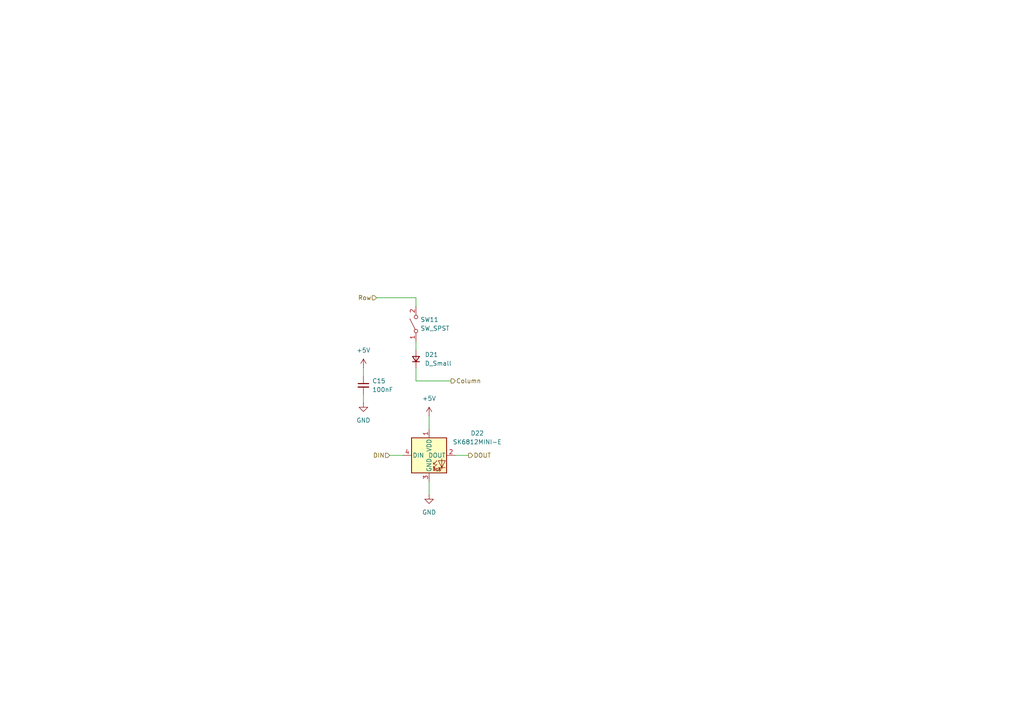
<source format=kicad_sch>
(kicad_sch (version 20250114) (generator "eeschema") (generator_version "9.0")
  (paper "A4")
  (lib_symbols
    (symbol "Device:C_Small" (pin_numbers (hide yes)) (pin_names (offset 0.254) (hide yes))
      (property "Reference" "C" (at 0.254 1.778 0))
      (property "Value" "C_Small" (at 0.254 -2.032 0))
      (symbol "C_Small_0_1"
        (polyline (pts (xy -1.524 0.508) (xy 1.524 0.508)) (stroke (width 0.3048)))
        (polyline (pts (xy -1.524 -0.508) (xy 1.524 -0.508)) (stroke (width 0.3302)))
      )
      (symbol "C_Small_1_1"
        (pin passive line (at 0 2.54 270) (length 2.032) (name "~") (number "1"))
        (pin passive line (at 0 -2.54 90) (length 2.032) (name "~") (number "2"))
      )
    )
    (symbol "Device:D_Small" (pin_numbers (hide yes)) (pin_names (offset 0.254) (hide yes))
      (property "Reference" "D" (at -1.27 2.032 0))
      (property "Value" "D_Small" (at -3.81 -2.032 0))
      (symbol "D_Small_0_1"
        (polyline (pts (xy -0.762 0) (xy 0.762 0)))
        (polyline (pts (xy -0.762 -1.016) (xy -0.762 1.016)) (stroke (width 0.254)))
        (polyline (pts (xy 0.762 -1.016) (xy -0.762 0) (xy 0.762 1.016) (xy 0.762 -1.016)) (stroke (width 0.254)))
      )
      (symbol "D_Small_1_1"
        (pin passive line (at -2.54 0 0) (length 1.778) (name "K") (number "1"))
        (pin passive line (at 2.54 0 180) (length 1.778) (name "A") (number "2"))
      )
    )
    (symbol "SW-Adafruit:SK6812MINI-E" (pin_names (offset 0.254))
      (property "Reference" "D" (at 5.08 5.715 0))
      (property "Value" "SK6812MINI-E" (at 1.27 -5.715 0))
      (symbol "SK6812MINI-E_0_0"
        (text "RGB" (at 2.286 -4.191 0) (effects (font (size 0.762 0.762))))
      )
      (symbol "SK6812MINI-E_0_1"
        (polyline (pts (xy 1.27 -2.54) (xy 1.778 -2.54)))
        (polyline (pts (xy 1.27 -3.556) (xy 1.778 -3.556)))
        (polyline (pts (xy 2.286 -1.524) (xy 1.27 -2.54) (xy 1.27 -2.032)))
        (polyline (pts (xy 2.286 -2.54) (xy 1.27 -3.556) (xy 1.27 -3.048)))
        (polyline (pts (xy 3.683 -1.016) (xy 3.683 -3.556) (xy 3.683 -4.064)))
        (polyline (pts (xy 4.699 -1.524) (xy 2.667 -1.524) (xy 3.683 -3.556) (xy 4.699 -1.524)))
        (polyline (pts (xy 4.699 -3.556) (xy 2.667 -3.556)))
        (rectangle (start 5.08 5.08) (end -5.08 -5.08) (stroke (width 0.254)) (fill (type background)))
      )
      (symbol "SK6812MINI-E_1_1"
        (pin input line (at -7.62 0 0) (length 2.54) (name "DIN") (number "4"))
        (pin power_in line (at 0 7.62 270) (length 2.54) (name "VDD") (number "1"))
        (pin power_in line (at 0 -7.62 90) (length 2.54) (name "GND") (number "3"))
        (pin output line (at 7.62 0 180) (length 2.54) (name "DOUT") (number "2"))
      )
    )
    (symbol "Switch:SW_SPST" (pin_names (offset 0) (hide yes))
      (property "Reference" "SW" (at 0 3.175 0))
      (property "Value" "SW_SPST" (at 0 -2.54 0))
      (symbol "SW_SPST_0_0"
        (circle (center -2.032 0) (radius 0.508))
        (polyline (pts (xy -1.524 0.254) (xy 1.524 1.778)))
        (circle (center 2.032 0) (radius 0.508))
      )
      (symbol "SW_SPST_1_1"
        (pin passive line (at -5.08 0 0) (length 2.54) (name "A") (number "1"))
        (pin passive line (at 5.08 0 180) (length 2.54) (name "B") (number "2"))
      )
    )
    (symbol "power:+5V" (power) (pin_numbers (hide yes)) (pin_names (offset 0) (hide yes))
      (property "Value" "+5V" (at 0 3.556 0))
      (symbol "+5V_0_1"
        (polyline (pts (xy -0.762 1.27) (xy 0 2.54)))
        (polyline (pts (xy 0 2.54) (xy 0.762 1.27)))
        (polyline (pts (xy 0 0) (xy 0 2.54)))
      )
      (symbol "+5V_1_1"
        (pin power_in line (at 0 0 90) (length 0) (name "~") (number "1"))
      )
    )
    (symbol "power:GND" (power) (pin_numbers (hide yes)) (pin_names (offset 0) (hide yes))
      (property "Value" "GND" (at 0 -3.81 0))
      (symbol "GND_0_1"
        (polyline (pts (xy 0 0) (xy 0 -1.27) (xy 1.27 -1.27) (xy 0 -2.54) (xy -1.27 -1.27) (xy 0 -1.27)))
      )
      (symbol "GND_1_1"
        (pin power_in line (at 0 0 270) (length 0) (name "~") (number "1"))
      )
    )
  )
  (wire (pts (xy 120.65 86.36) (xy 120.65 88.9)))
  (wire (pts (xy 120.65 110.49) (xy 130.81 110.49)))
  (wire (pts (xy 120.65 99.06) (xy 120.65 101.6)))
  (wire (pts (xy 132.08 132.08) (xy 135.89 132.08)))
  (wire (pts (xy 109.22 86.36) (xy 120.65 86.36)))
  (wire (pts (xy 105.41 106.68) (xy 105.41 109.22)))
  (wire (pts (xy 113.03 132.08) (xy 116.84 132.08)))
  (wire (pts (xy 124.46 139.7) (xy 124.46 143.51)))
  (wire (pts (xy 124.46 120.65) (xy 124.46 124.46)))
  (wire (pts (xy 105.41 114.3) (xy 105.41 116.84)))
  (wire (pts (xy 120.65 106.68) (xy 120.65 110.49)))
  (hierarchical_label "DIN" (shape input) (at 113.03 132.08 180))
  (hierarchical_label "Column" (shape output) (at 130.81 110.49 0))
  (hierarchical_label "Row" (shape input) (at 109.22 86.36 180))
  (hierarchical_label "DOUT" (shape output) (at 135.89 132.08 0))
  (symbol (lib_id "Device:C_Small") (at 105.41 111.76 0) (unit 1)
    (property "Reference" "C5" (at 107.95 110.4962 0) (effects (justify left)))
    (property "Value" "100nF" (at 107.95 113.0362 0) (effects (justify left)))
    (property "Footprint" "Capacitor_SMD:C_0805_2012Metric_Pad1.18x1.45mm_HandSolder" (effects (hide yes)))
    (property "Description" "Unpolarized capacitor, small symbol" (effects (hide yes)))
    (instances (project "" (path "" (reference "C15") (unit 1)) (path "" (reference "C22") (unit 1)) (path "" (reference "C6") (unit 1)) (path "" (reference "C26") (unit 1)) (path "" (reference "C12") (unit 1)) (path "" (reference "C32") (unit 1)) (path "" (reference "C30") (unit 1)) (path "" (reference "C7") (unit 1)) (path "" (reference "C10") (unit 1)) (path "" (reference "C39") (unit 1)) (path "" (reference "C9") (unit 1)) (path "" (reference "C11") (unit 1)) (path "" (reference "C19") (unit 1)) (path "" (reference "C21") (unit 1)) (path "" (reference "C33") (unit 1)) (path "" (reference "C20") (unit 1)) (path "" (reference "C5") (unit 1)) (path "" (reference "C14") (unit 1)) (path "" (reference "C28") (unit 1)) (path "" (reference "C16") (unit 1)) (path "" (reference "C24") (unit 1)) (path "" (reference "C34") (unit 1)) (path "" (reference "C13") (unit 1)) (path "" (reference "C31") (unit 1)) (path "" (reference "C18") (unit 1)) (path "" (reference "C8") (unit 1)) (path "" (reference "C25") (unit 1)) (path "" (reference "C27") (unit 1))))
  )
  (symbol (lib_id "SW-Adafruit:SK6812MINI-E") (at 124.46 132.08 0) (unit 1)
    (property "Reference" "D2" (at 138.43 125.6598 0))
    (property "Value" "SK6812MINI-E" (at 138.43 128.1998 0))
    (property "Footprint" "SW-Adafruit:LED_SK6812MINI-E_REVERSE_MOUNT_3.2x2.8mm_P1.09mm" (effects (hide yes)))
    (property "Datasheet" "https://cdn-shop.adafruit.com/product-files/4960/4960_SK6812MINI-E_REV02_EN.pdf" (effects (hide yes)))
    (property "Description" "RGB LED with integrated controller" (effects (hide yes)))
    (instances (project "row_staggered_split_keyboard_left_side" (path "" (reference "D22") (unit 1)) (path "" (reference "D36") (unit 1)) (path "" (reference "D4") (unit 1)) (path "" (reference "D44") (unit 1)) (path "" (reference "D16") (unit 1)) (path "" (reference "D56") (unit 1)) (path "" (reference "D52") (unit 1)) (path "" (reference "D6") (unit 1)) (path "" (reference "D12") (unit 1)) (path "" (reference "D70") (unit 1)) (path "" (reference "D10") (unit 1)) (path "" (reference "D14") (unit 1)) (path "" (reference "D30") (unit 1)) (path "" (reference "D34") (unit 1)) (path "" (reference "D58") (unit 1)) (path "" (reference "D32") (unit 1)) (path "" (reference "D2") (unit 1)) (path "" (reference "D20") (unit 1)) (path "" (reference "D48") (unit 1)) (path "" (reference "D24") (unit 1)) (path "" (reference "D40") (unit 1)) (path "" (reference "D60") (unit 1)) (path "" (reference "D18") (unit 1)) (path "" (reference "D54") (unit 1)) (path "" (reference "D28") (unit 1)) (path "" (reference "D8") (unit 1)) (path "" (reference "D42") (unit 1)) (path "" (reference "D46") (unit 1))))
  )
  (symbol (lib_id "power:GND") (at 105.41 116.84 0) (unit 1)
    (property "Reference" "#PWR017" (effects (hide yes)))
    (property "Value" "GND" (at 105.41 121.92 0))
    (property "Description" "Power symbol creates a global label with name \"GND\" , ground" (effects (hide yes)))
    (instances (project "row_staggered_split_keyboard_left_side" (path "" (reference "#PWR057") (unit 1)) (path "" (reference "#PWR085") (unit 1)) (path "" (reference "#PWR021") (unit 1)) (path "" (reference "#PWR0101") (unit 1)) (path "" (reference "#PWR045") (unit 1)) (path "" (reference "#PWR0125") (unit 1)) (path "" (reference "#PWR0117") (unit 1)) (path "" (reference "#PWR025") (unit 1)) (path "" (reference "#PWR037") (unit 1)) (path "" (reference "#PWR0153") (unit 1)) (path "" (reference "#PWR033") (unit 1)) (path "" (reference "#PWR041") (unit 1)) (path "" (reference "#PWR073") (unit 1)) (path "" (reference "#PWR081") (unit 1)) (path "" (reference "#PWR0129") (unit 1)) (path "" (reference "#PWR077") (unit 1)) (path "" (reference "#PWR017") (unit 1)) (path "" (reference "#PWR053") (unit 1)) (path "" (reference "#PWR0109") (unit 1)) (path "" (reference "#PWR061") (unit 1)) (path "" (reference "#PWR093") (unit 1)) (path "" (reference "#PWR0133") (unit 1)) (path "" (reference "#PWR049") (unit 1)) (path "" (reference "#PWR0121") (unit 1)) (path "" (reference "#PWR069") (unit 1)) (path "" (reference "#PWR029") (unit 1)) (path "" (reference "#PWR097") (unit 1)) (path "" (reference "#PWR0105") (unit 1))))
  )
  (symbol (lib_id "power:GND") (at 124.46 143.51 0) (unit 1)
    (property "Reference" "#PWR019" (effects (hide yes)))
    (property "Value" "GND" (at 124.46 148.59 0))
    (property "Description" "Power symbol creates a global label with name \"GND\" , ground" (effects (hide yes)))
    (instances (project "row_staggered_split_keyboard_left_side" (path "" (reference "#PWR059") (unit 1)) (path "" (reference "#PWR087") (unit 1)) (path "" (reference "#PWR023") (unit 1)) (path "" (reference "#PWR0103") (unit 1)) (path "" (reference "#PWR047") (unit 1)) (path "" (reference "#PWR0127") (unit 1)) (path "" (reference "#PWR0119") (unit 1)) (path "" (reference "#PWR027") (unit 1)) (path "" (reference "#PWR039") (unit 1)) (path "" (reference "#PWR0155") (unit 1)) (path "" (reference "#PWR035") (unit 1)) (path "" (reference "#PWR043") (unit 1)) (path "" (reference "#PWR075") (unit 1)) (path "" (reference "#PWR083") (unit 1)) (path "" (reference "#PWR0131") (unit 1)) (path "" (reference "#PWR079") (unit 1)) (path "" (reference "#PWR019") (unit 1)) (path "" (reference "#PWR055") (unit 1)) (path "" (reference "#PWR0111") (unit 1)) (path "" (reference "#PWR063") (unit 1)) (path "" (reference "#PWR095") (unit 1)) (path "" (reference "#PWR0135") (unit 1)) (path "" (reference "#PWR051") (unit 1)) (path "" (reference "#PWR0123") (unit 1)) (path "" (reference "#PWR071") (unit 1)) (path "" (reference "#PWR031") (unit 1)) (path "" (reference "#PWR099") (unit 1)) (path "" (reference "#PWR0107") (unit 1))))
  )
  (symbol (lib_id "power:+5V") (at 105.41 106.68 0) (unit 1)
    (property "Reference" "#PWR016" (effects (hide yes)))
    (property "Value" "+5V" (at 105.41 101.6 0))
    (property "Description" "Power symbol creates a global label with name \"+5V\"" (effects (hide yes)))
    (instances (project "row_staggered_split_keyboard_left_side" (path "" (reference "#PWR056") (unit 1)) (path "" (reference "#PWR084") (unit 1)) (path "" (reference "#PWR020") (unit 1)) (path "" (reference "#PWR0100") (unit 1)) (path "" (reference "#PWR044") (unit 1)) (path "" (reference "#PWR0124") (unit 1)) (path "" (reference "#PWR0116") (unit 1)) (path "" (reference "#PWR024") (unit 1)) (path "" (reference "#PWR036") (unit 1)) (path "" (reference "#PWR0152") (unit 1)) (path "" (reference "#PWR032") (unit 1)) (path "" (reference "#PWR040") (unit 1)) (path "" (reference "#PWR072") (unit 1)) (path "" (reference "#PWR080") (unit 1)) (path "" (reference "#PWR0128") (unit 1)) (path "" (reference "#PWR076") (unit 1)) (path "" (reference "#PWR016") (unit 1)) (path "" (reference "#PWR052") (unit 1)) (path "" (reference "#PWR0108") (unit 1)) (path "" (reference "#PWR060") (unit 1)) (path "" (reference "#PWR092") (unit 1)) (path "" (reference "#PWR0132") (unit 1)) (path "" (reference "#PWR048") (unit 1)) (path "" (reference "#PWR0120") (unit 1)) (path "" (reference "#PWR068") (unit 1)) (path "" (reference "#PWR028") (unit 1)) (path "" (reference "#PWR096") (unit 1)) (path "" (reference "#PWR0104") (unit 1))))
  )
  (symbol (lib_id "Switch:SW_SPST") (at 120.65 93.98 90) (unit 1)
    (property "Reference" "SW1" (at 121.92 92.7099 90) (effects (justify right)))
    (property "Value" "SW_SPST" (at 121.92 95.2499 90) (effects (justify right)))
    (property "Footprint" "PCM_Switch_Keyboard_Hotswap_Kailh:SW_Hotswap_Kailh_MX_1.00u" (effects (hide yes)))
    (property "Description" "Single Pole Single Throw (SPST) switch" (effects (hide yes)))
    (instances (project "row_staggered_split_keyboard_left_side" (path "" (reference "SW11") (unit 1)) (path "" (reference "SW18") (unit 1)) (path "" (reference "SW2") (unit 1)) (path "" (reference "SW22") (unit 1)) (path "" (reference "SW8") (unit 1)) (path "" (reference "SW28") (unit 1)) (path "" (reference "SW26") (unit 1)) (path "" (reference "SW3") (unit 1)) (path "" (reference "SW6") (unit 1)) (path "" (reference "SW35") (unit 1)) (path "" (reference "SW5") (unit 1)) (path "" (reference "SW7") (unit 1)) (path "" (reference "SW15") (unit 1)) (path "" (reference "SW17") (unit 1)) (path "" (reference "SW29") (unit 1)) (path "" (reference "SW16") (unit 1)) (path "" (reference "SW1") (unit 1)) (path "" (reference "SW10") (unit 1)) (path "" (reference "SW24") (unit 1)) (path "" (reference "SW12") (unit 1)) (path "" (reference "SW20") (unit 1)) (path "" (reference "SW30") (unit 1)) (path "" (reference "SW9") (unit 1)) (path "" (reference "SW27") (unit 1)) (path "" (reference "SW14") (unit 1)) (path "" (reference "SW4") (unit 1)) (path "" (reference "SW21") (unit 1)) (path "" (reference "SW23") (unit 1))))
  )
  (symbol (lib_id "Device:D_Small") (at 120.65 104.14 90) (unit 1)
    (property "Reference" "D1" (at 123.19 102.8699 90) (effects (justify right)))
    (property "Value" "D_Small" (at 123.19 105.4099 90) (effects (justify right)))
    (property "Footprint" "Diode_SMD:D_SOD-123" (effects (hide yes)))
    (property "Description" "Diode, small symbol" (effects (hide yes)))
    (property "Sim.Device" "D" (effects (hide yes)))
    (property "Sim.Pins" "1=K 2=A" (effects (hide yes)))
    (instances (project "row_staggered_split_keyboard_left_side" (path "" (reference "D21") (unit 1)) (path "" (reference "D35") (unit 1)) (path "" (reference "D3") (unit 1)) (path "" (reference "D43") (unit 1)) (path "" (reference "D15") (unit 1)) (path "" (reference "D55") (unit 1)) (path "" (reference "D51") (unit 1)) (path "" (reference "D5") (unit 1)) (path "" (reference "D11") (unit 1)) (path "" (reference "D69") (unit 1)) (path "" (reference "D9") (unit 1)) (path "" (reference "D13") (unit 1)) (path "" (reference "D29") (unit 1)) (path "" (reference "D33") (unit 1)) (path "" (reference "D57") (unit 1)) (path "" (reference "D31") (unit 1)) (path "" (reference "D1") (unit 1)) (path "" (reference "D19") (unit 1)) (path "" (reference "D47") (unit 1)) (path "" (reference "D23") (unit 1)) (path "" (reference "D39") (unit 1)) (path "" (reference "D59") (unit 1)) (path "" (reference "D17") (unit 1)) (path "" (reference "D53") (unit 1)) (path "" (reference "D27") (unit 1)) (path "" (reference "D7") (unit 1)) (path "" (reference "D41") (unit 1)) (path "" (reference "D45") (unit 1))))
  )
  (symbol (lib_id "power:+5V") (at 124.46 120.65 0) (unit 1)
    (property "Reference" "#PWR018" (effects (hide yes)))
    (property "Value" "+5V" (at 124.46 115.57 0))
    (property "Description" "Power symbol creates a global label with name \"+5V\"" (effects (hide yes)))
    (instances (project "row_staggered_split_keyboard_left_side" (path "" (reference "#PWR058") (unit 1)) (path "" (reference "#PWR086") (unit 1)) (path "" (reference "#PWR022") (unit 1)) (path "" (reference "#PWR0102") (unit 1)) (path "" (reference "#PWR046") (unit 1)) (path "" (reference "#PWR0126") (unit 1)) (path "" (reference "#PWR0118") (unit 1)) (path "" (reference "#PWR026") (unit 1)) (path "" (reference "#PWR038") (unit 1)) (path "" (reference "#PWR0154") (unit 1)) (path "" (reference "#PWR034") (unit 1)) (path "" (reference "#PWR042") (unit 1)) (path "" (reference "#PWR074") (unit 1)) (path "" (reference "#PWR082") (unit 1)) (path "" (reference "#PWR0130") (unit 1)) (path "" (reference "#PWR078") (unit 1)) (path "" (reference "#PWR018") (unit 1)) (path "" (reference "#PWR054") (unit 1)) (path "" (reference "#PWR0110") (unit 1)) (path "" (reference "#PWR062") (unit 1)) (path "" (reference "#PWR094") (unit 1)) (path "" (reference "#PWR0134") (unit 1)) (path "" (reference "#PWR050") (unit 1)) (path "" (reference "#PWR0122") (unit 1)) (path "" (reference "#PWR070") (unit 1)) (path "" (reference "#PWR030") (unit 1)) (path "" (reference "#PWR098") (unit 1)) (path "" (reference "#PWR0106") (unit 1))))
  )
)
</source>
